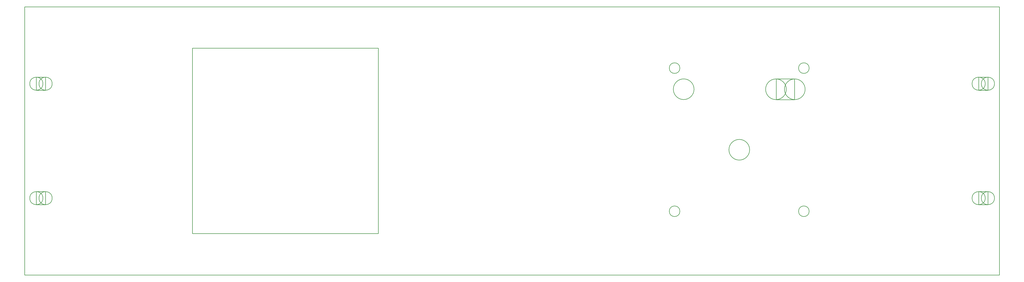
<source format=gko>
G04 Layer: BoardOutlineLayer*
G04 EasyEDA v6.5.34, 2023-08-21 18:11:39*
G04 d20b79ac65014e9286761388955dc1b3,5a6b42c53f6a479593ecc07194224c93,10*
G04 Gerber Generator version 0.2*
G04 Scale: 100 percent, Rotated: No, Reflected: No *
G04 Dimensions in millimeters *
G04 leading zeros omitted , absolute positions ,4 integer and 5 decimal *
%FSLAX45Y45*%
%MOMM*%

%ADD10C,0.2540*%
D10*
X0Y13296900D02*
G01*
X48260000Y13296900D01*
X48260000Y0D01*
X0Y-3070D01*
X0Y13296900D01*
G75*
G01*
X711200Y9486900D02*
G02*
X1361597Y9486900I325199J0D01*
G75*
G01*
X1361597Y9486900D02*
G02*
X711200Y9486900I-325198J0D01*
X711200Y9486900D02*
G01*
X711200Y9486900D01*
X579198Y9811893D02*
G01*
X579198Y9161881D01*
X579198Y9161881D02*
G01*
X1036398Y9161881D01*
X1036398Y9161881D02*
G01*
X1036398Y9811893D01*
X1036398Y9811893D02*
G01*
X579198Y9811893D01*
G75*
G01*
X254000Y9486900D02*
G02*
X904397Y9486900I325199J0D01*
G75*
G01*
X904397Y9486900D02*
G02*
X254000Y9486900I-325198J0D01*
X254000Y9486900D02*
G01*
X254000Y9486900D01*
G75*
G01*
X254000Y3810000D02*
G02*
X904397Y3810000I325199J0D01*
G75*
G01*
X904397Y3810000D02*
G02*
X254000Y3810000I-325198J0D01*
X254000Y3810000D02*
G01*
X254000Y3810000D01*
X579198Y4134993D02*
G01*
X579198Y3484981D01*
X579198Y3484981D02*
G01*
X1036398Y3484981D01*
X1036398Y3484981D02*
G01*
X1036398Y4134993D01*
X1036398Y4134993D02*
G01*
X579198Y4134993D01*
G75*
G01*
X711200Y3810000D02*
G02*
X1361597Y3810000I325199J0D01*
G75*
G01*
X1361597Y3810000D02*
G02*
X711200Y3810000I-325198J0D01*
X711200Y3810000D02*
G01*
X711200Y3810000D01*
G75*
G01*
X47365696Y3810000D02*
G02*
X48016094Y3810000I325199J0D01*
G75*
G01*
X48016094Y3810000D02*
G02*
X47365696Y3810000I-325199J0D01*
X47365696Y3810000D02*
G01*
X47365696Y3810000D01*
X47233695Y4134993D02*
G01*
X47233695Y3484981D01*
X47233695Y3484981D02*
G01*
X47690895Y3484981D01*
X47690895Y3484981D02*
G01*
X47690895Y4134993D01*
X47690895Y4134993D02*
G01*
X47233695Y4134993D01*
G75*
G01*
X46908496Y3810000D02*
G02*
X47558894Y3810000I325199J0D01*
G75*
G01*
X47558894Y3810000D02*
G02*
X46908496Y3810000I-325199J0D01*
X46908496Y3810000D02*
G01*
X46908496Y3810000D01*
G75*
G01*
X46908496Y9486900D02*
G02*
X47558894Y9486900I325199J0D01*
G75*
G01*
X47558894Y9486900D02*
G02*
X46908496Y9486900I-325199J0D01*
X46908496Y9486900D02*
G01*
X46908496Y9486900D01*
X47233695Y9811893D02*
G01*
X47233695Y9161881D01*
X47233695Y9161881D02*
G01*
X47690895Y9161881D01*
X47690895Y9161881D02*
G01*
X47690895Y9811893D01*
X47690895Y9811893D02*
G01*
X47233695Y9811893D01*
G75*
G01*
X47365696Y9486900D02*
G02*
X48016094Y9486900I325199J0D01*
G75*
G01*
X48016094Y9486900D02*
G02*
X47365696Y9486900I-325199J0D01*
X47365696Y9486900D02*
G01*
X47365696Y9486900D01*
X8305805Y11252200D02*
G01*
X8305805Y2052218D01*
X8305805Y2052218D02*
G01*
X17505786Y2052218D01*
X17505786Y2052218D02*
G01*
X17505786Y11252200D01*
X17505786Y11252200D02*
G01*
X8305805Y11252200D01*
X37211000Y9722479D02*
G01*
X37211000Y8697480D01*
X37211000Y8697480D02*
G01*
X38112700Y8697480D01*
X38112700Y8697480D02*
G01*
X38112700Y9722479D01*
X38112700Y9722479D02*
G01*
X37211000Y9722479D01*
G75*
G01*
X37616585Y9209781D02*
G02*
X38641983Y9209781I512699J0D01*
G75*
G01*
X38641983Y9209781D02*
G02*
X37616585Y9209781I-512699J0D01*
X37616584Y9209780D02*
G01*
X37616584Y9209780D01*
G75*
G01*
X36685634Y9209781D02*
G02*
X37711032Y9209781I512699J0D01*
G75*
G01*
X37711032Y9209781D02*
G02*
X36685634Y9209781I-512699J0D01*
X36685634Y9209780D02*
G01*
X36685634Y9209780D01*
G75*
G01*
X32116598Y9212504D02*
G02*
X33141996Y9212504I512699J0D01*
G75*
G01*
X33141996Y9212504D02*
G02*
X32116598Y9212504I-512699J0D01*
X32116598Y9212503D02*
G01*
X32116598Y9212503D01*
G75*
G01*
X31916599Y10259784D02*
G02*
X32441998Y10259784I262699J0D01*
G75*
G01*
X32441998Y10259784D02*
G02*
X31916599Y10259784I-262700J0D01*
X31916598Y10259783D02*
G01*
X31916598Y10259783D01*
G75*
G01*
X38316586Y10259784D02*
G02*
X38841985Y10259784I262699J0D01*
G75*
G01*
X38841985Y10259784D02*
G02*
X38316586Y10259784I-262700J0D01*
X38316585Y10259783D02*
G01*
X38316585Y10259783D01*
G75*
G01*
X31916599Y3159798D02*
G02*
X32441998Y3159798I262699J0D01*
G75*
G01*
X32441998Y3159798D02*
G02*
X31916599Y3159798I-262700J0D01*
X31916598Y3159798D02*
G01*
X31916598Y3159798D01*
G75*
G01*
X38316586Y3159798D02*
G02*
X38841985Y3159798I262699J0D01*
G75*
G01*
X38841985Y3159798D02*
G02*
X38316586Y3159798I-262700J0D01*
X38316585Y3159798D02*
G01*
X38316585Y3159798D01*
G75*
G01*
X34869501Y6210300D02*
G02*
X35894899Y6210300I512699J0D01*
G75*
G01*
X35894899Y6210300D02*
G02*
X34869501Y6210300I-512699J0D01*
X34869500Y6210300D02*
G01*
X34869500Y6210300D01*

%LPD*%
M02*

</source>
